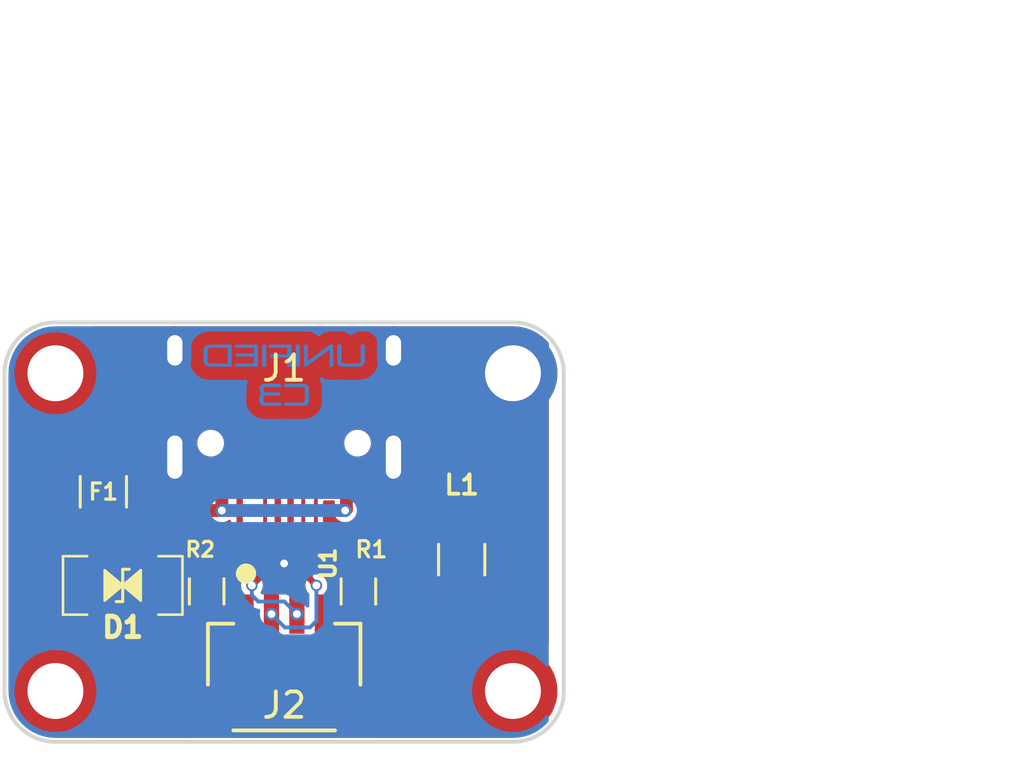
<source format=kicad_pcb>
(kicad_pcb (version 20221018) (generator pcbnew)
  (title_block (title "Unified Daughterboard") (date "2020-03-22") (rev "C3") (company "Designed by the keyboard community"))
  (layers (0 "F.Cu" signal) (31 "B.Cu" signal) (34 "B.Paste" user) (35 "F.Paste" user) (36 "B.SilkS" user "B.Silkscreen") (37 "F.SilkS" user "F.Silkscreen") (38 "B.Mask" user) (39 "F.Mask" user) (44 "Edge.Cuts" user))
  (net 0 "")
  (net 1 "GND")
  (net 2 "VCC")
  (net 3 "GNDPWR")
  (net 4 "Net-(J1-PadB8)")
  (net 5 "Net-(J1-PadA5)")
  (net 6 "DA+")
  (net 7 "Net-(J1-PadB5)")
  (net 8 "Net-(J1-PadA8)")
  (net 9 "DA-")
  (net 10 "VBUS")
  (footprint "random-keyboard-parts:Generic-Mounthole" (layer "F.Cu") (at 84.0045 58.543)
    (fp_text reference "MH2" hide)
    (fp_text value "Mount-M2" hide)
    (pad "1" thru_hole circle (at 0 0) (size 3.500001 3.500001) (drill 2.2) (layers "*.Cu" "*.Mask") (net 3 "GNDPWR"))
  )
  (footprint "random-keyboard-parts:Generic-Mounthole" (layer "F.Cu") (at 66.0045 58.543)
    (fp_text reference "MH1")
    (fp_text value "Mount-M2" hide)
    (pad "" np_thru_hole circle (at 0 0) (size 3.500001 3.500001) (drill 2.2) (layers "F.Cu" "F.Mask") (clearance 0.508))
  )
  (footprint "acheron_Connectors:TYPE-C-31-M-12" (layer "F.Cu") (at 75.0025 63.343 180)
    (fp_text reference "J1" (at 0 5) (layer "F.SilkS"))
    (fp_text value "TYPE-C-31-M12_13")
    (pad "" np_thru_hole circle (at -2.89 2.051 180) (size 0.65 0.65) (drill 0.65) (layers "*.Cu" "*.Mask"))
    (pad "" np_thru_hole circle (at 2.89 2.051 180) (size 0.65 0.65) (drill 0.65) (layers "*.Cu" "*.Mask"))
    (pad "A1" smd roundrect (at -3.25 1.275 180) (size 0.6 1.45) (drill (offset 0 -0.55)) (layers "F.Cu" "F.Paste" "F.Mask") (net 3 "GNDPWR"))
    (pad "A4" smd roundrect (at -2.45 1.275 180) (size 0.6 1.45) (drill (offset 0 -0.55)) (layers "F.Cu" "F.Paste" "F.Mask") (net 10 "VBUS"))
    (pad "A5" smd roundrect (at -1.25 1.275 180) (size 0.3 1.45) (drill (offset 0 -0.55)) (layers "F.Cu" "F.Paste" "F.Mask") (net 5 "Net-(J1-PadA5)"))
    (pad "A6" smd roundrect (at -0.254 1.275 180) (size 0.3 1.45) (drill (offset 0 -0.55)) (layers "F.Cu" "F.Paste" "F.Mask") (net 6 "DA+"))
    (pad "A7" smd roundrect (at 0.25 1.275 180) (size 0.3 1.45) (drill (offset 0 -0.55)) (layers "F.Cu" "F.Paste" "F.Mask") (net 9 "DA-"))
    (pad "A8" smd roundrect (at 1.25 1.275 180) (size 0.3 1.45) (drill (offset 0 -0.55)) (layers "F.Cu" "F.Paste" "F.Mask") (net 8 "Net-(J1-PadA8)"))
    (pad "B1" smd roundrect (at 3.25 1.275 180) (size 0.6 1.45) (drill (offset 0 -0.55)) (layers "F.Cu" "F.Paste" "F.Mask") (net 3 "GNDPWR"))
    (pad "B4" smd roundrect (at 2.45 1.275 180) (size 0.6 1.45) (drill (offset 0 -0.55)) (layers "F.Cu" "F.Paste" "F.Mask") (net 10 "VBUS"))
    (pad "B5" smd roundrect (at 1.75 1.275 180) (size 0.3 1.45) (drill (offset 0 -0.55)) (layers "F.Cu" "F.Paste" "F.Mask") (net 7 "Net-(J1-PadB5)"))
    (pad "B6" smd roundrect (at 0.75 1.275 180) (size 0.3 1.45) (drill (offset 0 -0.55)) (layers "F.Cu" "F.Paste" "F.Mask") (net 6 "DA+"))
    (pad "B7" smd roundrect (at -0.75 1.275 180) (size 0.3 1.45) (drill (offset 0 -0.55)) (layers "F.Cu" "F.Paste" "F.Mask") (net 9 "DA-"))
    (pad "B8" smd roundrect (at -1.75 1.275 180) (size 0.3 1.45) (drill (offset 0 -0.55)) (layers "F.Cu" "F.Paste" "F.Mask") (net 4 "Net-(J1-PadB8)"))
    (pad "S" thru_hole oval (at -4.3 1.5 180) (size 1.1 2.2) (drill oval 0.6 1.7) (layers "*.Cu" "*.Mask") (net 3 "GNDPWR"))
    (pad "S" thru_hole oval (at -4.3 5.7 180) (size 1.3 1.9) (drill oval 0.6 1.2) (layers "*.Cu" "*.Mask") (net 3 "GNDPWR"))
    (pad "S" thru_hole oval (at 4.3 1.5 180) (size 1.1 2.2) (drill oval 0.6 1.7) (layers "*.Cu" "*.Mask") (net 3 "GNDPWR"))
    (pad "S" thru_hole oval (at 4.3 5.7 180) (size 1.3 1.9) (drill oval 0.6 1.2) (layers "*.Cu" "*.Mask") (net 3 "GNDPWR"))
  )
  (footprint "random-keyboard-parts:JST-SR-4" (layer "F.Cu") (at 75.0045 72.793)
    (fp_text reference "J2" (at 0.004 -1.189) (layer "F.SilkS"))
    (fp_text value "SM04B-SRSS-TB(LF)(SN)")
    (fp_line (start -3 -4.4) (end -2 -4.4) (stroke (width 0.15)) (layer "F.SilkS"))
    (fp_line (start -3 -2) (end -3 -4.4) (stroke (width 0.15)) (layer "F.SilkS"))
    (fp_line (start 2 -4.4) (end 3 -4.4) (stroke (width 0.15)) (layer "F.SilkS"))
    (fp_line (start 2 -0.2) (end -2 -0.2) (stroke (width 0.15)) (layer "F.SilkS"))
    (fp_line (start 3 -4.4) (end 3 -2) (stroke (width 0.15)) (layer "F.SilkS"))
    (pad "" smd rect (at -2.8 -0.9) (size 1.2 1.8) (layers "F.Cu" "F.Paste" "F.Mask"))
    (pad "" smd rect (at 2.8 -0.9) (size 1.2 1.8) (layers "F.Cu" "F.Paste" "F.Mask"))
    (pad "1" smd rect (at -1.5 -4.775) (size 0.6 1.55) (layers "F.Cu" "F.Paste" "F.Mask") (net 2 "VCC"))
    (pad "2" smd rect (at -0.5 -4.775) (size 0.6 1.55) (layers "F.Cu" "F.Paste" "F.Mask") (net 9 "DA-"))
    (pad "3" smd rect (at 0.5 -4.775) (size 0.6 1.55) (layers "F.Cu" "F.Paste" "F.Mask") (net 6 "DA+"))
    (pad "4" smd rect (at 1.5 -4.775) (size 0.6 1.55) (layers "F.Cu" "F.Paste" "F.Mask") (net 1 "GND"))
  )
  (footprint "acheron_Components:D_SOD-123_Bidirectional" (layer "F.Cu") (at 68.6525 66.89 180)
    (fp_text reference "D1" (at 0 -1.651 180) (layer "F.SilkS") (effects (font (size 0.8 0.8) (thickness 0.2))))
    (fp_text value "SMF9.0CA")
    (fp_line (start -2.35 -1.15) (end -1.4 -1.15) (stroke (width 0.1016)) (layer "F.SilkS"))
    (fp_line (start -2.35 1.15) (end -2.35 -1.15) (stroke (width 0.1016)) (layer "F.SilkS"))
    (fp_line (start -2.35 1.15) (end -1.4 1.15) (stroke (width 0.1016)) (layer "F.SilkS"))
    (fp_line (start 0 -0.635) (end 0.254 -0.635) (stroke (width 0.12)) (layer "F.SilkS"))
    (fp_line (start 0 0.635) (end -0.254 0.635) (stroke (width 0.12)) (layer "F.SilkS"))
    (fp_line (start 0 0.635) (end 0 -0.635) (stroke (width 0.12)) (layer "F.SilkS"))
    (fp_line (start 2.35 -1.15) (end 1.4 -1.15) (stroke (width 0.1016)) (layer "F.SilkS"))
    (fp_line (start 2.35 -1.15) (end 2.35 1.15) (stroke (width 0.1016)) (layer "F.SilkS"))
    (fp_line (start 2.35 1.15) (end 1.4 1.15) (stroke (width 0.1016)) (layer "F.SilkS"))
    (fp_poly (pts (xy 0 0) (xy -0.711 0.6) (xy -0.711 -0.6)) (stroke (width 0.1)) (fill solid) (layer "F.SilkS"))
    (fp_poly (pts (xy 0 0) (xy 0.711 -0.6) (xy 0.711 0.6)) (stroke (width 0.1)) (fill solid) (layer "F.SilkS"))
    (pad "1" smd roundrect (at -1.65 0 180) (size 1 1.2) (layers "F.Cu" "F.Paste" "F.Mask") (net 3 "GNDPWR"))
    (pad "2" smd roundrect (at 1.65 0 180) (size 1 1.2) (layers "F.Cu" "F.Paste" "F.Mask") (net 2 "VCC"))
  )
  (footprint "random-keyboard-parts:Generic-Mounthole" (layer "F.Cu") (at 84.0045 71.043)
    (fp_text reference "MH4" hide)
    (fp_text value "Mount-M2" hide)
    (pad "" np_thru_hole circle (at 0 0) (size 3.500001 3.500001) (drill 2.2) (layers "F.Cu" "F.Mask") (clearance 0.508))
  )
  (footprint "random-keyboard-parts:Generic-Mounthole" (layer "F.Cu") (at 66.0045 71.043)
    (fp_text reference "MH3" hide)
    (fp_text value "Mount-M2" hide)
    (pad "" np_thru_hole circle (at 0 0) (size 3.500001 3.500001) (drill 2.2) (layers "F.Cu" "F.Mask") (clearance 0.508))
  )
  (footprint "Fuse:Fuse_1206_3216Metric" (layer "F.Cu") (at 67.8905 63.207 -90)
    (fp_text reference "F1" (at 0 0) (layer "F.SilkS") (effects (font (size 0.635 0.635) (thickness 0.127))))
    (fp_text value "ASMD1206-150")
    (fp_line (start -0.602064 -0.91) (end 0.602064 -0.91) (stroke (width 0.12)) (layer "F.SilkS"))
    (fp_line (start -0.602064 0.91) (end 0.602064 0.91) (stroke (width 0.12)) (layer "F.SilkS"))
    (pad "1" smd roundrect (at -1.4 0 270) (size 1.25 1.75) (layers "F.Cu" "F.Paste" "F.Mask") (roundrect_rratio 0.2) (net 10 "VBUS"))
    (pad "2" smd roundrect (at 1.4 0 270) (size 1.25 1.75) (layers "F.Cu" "F.Paste" "F.Mask") (roundrect_rratio 0.2) (net 2 "VCC"))
  )
  (footprint "acheron_Components:USON-10_2.5x1.0mm_P0.5mm" (layer "F.Cu") (at 75.0025 66.0264 90)
    (fp_text reference "U1" (at 0 1.7272 90) (layer "F.SilkS") (effects (font (size 0.6 0.6))))
    (fp_text value "TPD4E05U06DQAR")
    (fp_circle (center -0.4 -1.5) (end -0.4 -1.5) (stroke (width 0.4)) (fill none) (layer "F.SilkS"))
    (pad "1" smd roundrect (at -0.385 -1) (size 0.25 0.55) (layers "F.Cu" "F.Paste" "F.Mask") (roundrect_rratio 0.5) (net 6 "DA+"))
    (pad "2" smd rect (at -0.385 -0.5) (size 0.25 0.55) (layers "F.Cu" "F.Paste" "F.Mask") (net 9 "DA-"))
    (pad "3" smd rect (at -0.385 0) (size 0.3 0.55) (layers "F.Cu" "F.Paste" "F.Mask") (net 3 "GNDPWR"))
    (pad "4" smd rect (at -0.385 0.5) (size 0.25 0.55) (layers "F.Cu" "F.Paste" "F.Mask") (net 6 "DA+"))
    (pad "5" smd rect (at -0.385 1) (size 0.25 0.55) (layers "F.Cu" "F.Paste" "F.Mask") (net 9 "DA-"))
    (pad "6" smd rect (at 0.385 1) (size 0.25 0.55) (layers "F.Cu" "F.Paste" "F.Mask") (net 9 "DA-"))
    (pad "7" smd rect (at 0.385 0.5) (size 0.25 0.55) (layers "F.Cu" "F.Paste" "F.Mask") (net 6 "DA+"))
    (pad "8" smd rect (at 0.385 0) (size 0.3 0.55) (layers "F.Cu" "F.Paste" "F.Mask") (net 3 "GNDPWR"))
    (pad "9" smd rect (at 0.385 -0.5) (size 0.25 0.55) (layers "F.Cu" "F.Paste" "F.Mask") (net 9 "DA-"))
    (pad "10" smd rect (at 0.385 -1) (size 0.25 0.55) (layers "F.Cu" "F.Paste" "F.Mask") (net 6 "DA+"))
  )
  (footprint "Resistors_SMD:R_0603" (layer "F.Cu") (at 71.9545 67.129 -90)
    (fp_text reference "R2" (at -1.651 0.254 180) (layer "F.SilkS") (effects (font (size 0.5842 0.5842) (thickness 0.127))))
    (fp_text value "5.1k")
    (fp_line (start -0.5 -0.68) (end 0.5 -0.68) (stroke (width 0.12)) (layer "F.SilkS"))
    (fp_line (start 0.5 0.68) (end -0.5 0.68) (stroke (width 0.12)) (layer "F.SilkS"))
    (pad "1" smd rect (at -0.75 0 270) (size 0.5 0.9) (layers "F.Cu" "F.Paste" "F.Mask") (net 7 "Net-(J1-PadB5)"))
    (pad "2" smd rect (at 0.75 0 270) (size 0.5 0.9) (layers "F.Cu" "F.Paste" "F.Mask") (net 3 "GNDPWR"))
  )
  (footprint "Resistors_SMD:R_0603" (layer "F.Cu") (at 77.9235 67.129 -90)
    (fp_text reference "R1" (at -1.651 -0.508) (layer "F.SilkS") (effects (font (size 0.635 0.635) (thickness 0.127))))
    (fp_text value "5.1k")
    (fp_line (start -0.5 -0.68) (end 0.5 -0.68) (stroke (width 0.12)) (layer "F.SilkS"))
    (fp_line (start 0.5 0.68) (end -0.5 0.68) (stroke (width 0.12)) (layer "F.SilkS"))
    (pad "1" smd rect (at -0.75 0 270) (size 0.5 0.9) (layers "F.Cu" "F.Paste" "F.Mask") (net 5 "Net-(J1-PadA5)"))
    (pad "2" smd rect (at 0.75 0 270) (size 0.5 0.9) (layers "F.Cu" "F.Paste" "F.Mask") (net 3 "GNDPWR"))
  )
  (footprint "Inductor_SMD:L_1206_3216Metric" (layer "F.Cu") (at 81.9875 65.874 90)
    (fp_text reference "L1" (at 2.936 0 180) (layer "F.SilkS") (effects (font (size 0.762 0.762) (thickness 0.1524))))
    (fp_text value "60R@100MHz")
    (fp_line (start -0.602064 -0.91) (end 0.602064 -0.91) (stroke (width 0.12)) (layer "F.SilkS"))
    (fp_line (start -0.602064 0.91) (end 0.602064 0.91) (stroke (width 0.12)) (layer "F.SilkS"))
    (pad "1" smd roundrect (at -1.4 0 90) (size 1.25 1.75) (layers "F.Cu" "F.Paste" "F.Mask") (roundrect_rratio 0.2) (net 1 "GND"))
    (pad "2" smd roundrect (at 1.4 0 90) (size 1.25 1.75) (layers "F.Cu" "F.Paste" "F.Mask") (roundrect_rratio 0.2) (net 3 "GNDPWR"))
  )
  (footprint "Unified-Daughterboard-Logo:Unified-Daughterboard-Name.pretty" (layer "B.Cu") (at 75.0025 58.62 180)
    (fp_text reference "G2" hide)
    (fp_text value "Unified-Daughterboard-Name" hide)
    (pad "1" smd custom (at -3.1 0.8 180) (size 0.1 0.1) (layers "B.Cu" "B.Mask") (options (clearance outline) (anchor circle)) (primitives (gr_poly (pts (xy 0.533046 -0.464006) (xy 0.56005 -0.463987) (xy 0.586556 -0.463959) (xy 0.612387 -0.46392) (xy 0.637369 -0.463872) (xy 0.661326 -0.463814) (xy 0.684081 -0.463747) (xy 0.70546 -0.463669) (xy 0.725286 -0.463582) (xy 0.743383 -0.463485) (xy 0.759577 -0.463378) (xy 0.773691 -0.463261) (xy 0.785549 -0.463134) (xy 0.794977 -0.462998) (xy 0.801797 -0.462851) (xy 0.805835 -0.462694) (xy 0.809248 -0.462474) (xy 0.830305 -0.460737) (xy 0.849006 -0.458433) (xy 0.865846 -0.455443) (xy 0.88132 -0.451648) (xy 0.895924 -0.44693) (xy 0.910155 -0.441169) (xy 0.924506 -0.434247) (xy 0.925882 -0.433527) (xy 0.943719 -0.42249) (xy 0.959403 -0.409438) (xy 0.97288 -0.394443) (xy 0.984093 -0.377575) (xy 0.992987 -0.358905) (xy 0.999505 -0.338505) (xy 1.000264 -0.33551) (xy 1.001227 -0.331773) (xy 1.002118 -0.328305) (xy 1.002938 -0.324986) (xy 1.003692 -0.321698) (xy 1.004382 -0.31832) (xy 1.005011 -0.314732) (xy 1.005582 -0.310816) (xy 1.006098 -0.306452) (xy 1.006562 -0.301521) (xy 1.006978 -0.295902) (xy 1.007348 -0.289476) (xy 1.007675 -0.282124) (xy 1.007962 -0.273726) (xy 1.008212 -0.264163) (xy 1.008429 -0.253315) (xy 1.008615 -0.241063) (xy 1.008774 -0.227287) (xy 1.008908 -0.211867) (xy 1.00902 -0.194684) (xy 1.009113 -0.175619) (xy 1.009192 -0.154552) (xy 1.009257 -0.131363) (xy 1.009313 -0.105933) (xy 1.009362 -0.078142) (xy 1.009408 -0.047871) (xy 1.009454 -0.015001) (xy 1.009502 0.020589) (xy 1.009556 0.059017) (xy 1.010053 0.404029) (xy 0.844293 0.404029) (xy 0.844293 0.067094) (xy 0.844292 0.034112) (xy 0.844287 -0.001018) (xy 0.844278 -0.033401) (xy 0.844263 -0.063151) (xy 0.844243 -0.090381) (xy 0.844216 -0.115203) (xy 0.844182 -0.137732) (xy 0.844139 -0.15808) (xy 0.844088 -0.176361) (xy 0.844027 -0.192687) (xy 0.843956 -0.207172) (xy 0.843874 -0.219928) (xy 0.84378 -0.231069) (xy 0.843673 -0.240709) (xy 0.843553 -0.24896) (xy 0.843419 -0.255935) (xy 0.84327 -0.261748) (xy 0.843106 -0.266511) (xy 0.842926 -0.270338) (xy 0.842728 -0.273342) (xy 0.842513 -0.275636) (xy 0.842279 -0.277334) (xy 0.842026 -0.278547) (xy 0.841693 -0.279782) (xy 0.836778 -0.292623) (xy 0.829625 -0.303717) (xy 0.820189 -0.313093) (xy 0.808426 -0.320781) (xy 0.794289 -0.326811) (xy 0.777734 -0.331215) (xy 0.758715 -0.334021) (xy 0.757371 -0.334117) (xy 0.752564 -0.334299) (xy 0.745076 -0.334468) (xy 0.735089 -0.334626) (xy 0.722784 -0.334772) (xy 0.708343 -0.334906) (xy 0.691949 -0.335028) (xy 0.673782 -0.335138) (xy 0.654026 -0.335236) (xy 0.632862 -0.335322) (xy 0.610471 -0.335397) (xy 0.587037 -0.335459) (xy 0.56274 -0.335509) (xy 0.537763 -0.335548) (xy 0.512288 -0.335574) (xy 0.486496 -0.335589) (xy 0.46057 -0.335592) (xy 0.434691 -0.335583) (xy 0.409041 -0.335562) (xy 0.383803 -0.335529) (xy 0.359158 -0.335484) (xy 0.335288 -0.335427) (xy 0.312375 -0.335358) (xy 0.290601 -0.335278) (xy 0.270149 -0.335185) (xy 0.251199 -0.335081) (xy 0.233933 -0.334964) (xy 0.218535 -0.334836) (xy 0.205185 -0.334696) (xy 0.194065 -0.334544) (xy 0.185359 -0.33438) (xy 0.179246 -0.334204) (xy 0.17591 -0.334016) (xy 0.159412 -0.331646) (xy 0.142509 -0.327411) (xy 0.128049 -0.321571) (xy 0.115997 -0.314107) (xy 0.106317 -0.305001) (xy 0.098977 -0.294237) (xy 0.098866 -0.29403) (xy 0.097893 -0.292277) (xy 0.096994 -0.290699) (xy 0.096166 -0.289178) (xy 0.095405 -0.287598) (xy 0.094709 -0.285845) (xy 0.094075 -0.283801) (xy 0.0935 -0.281351) (xy 0.092981 -0.278379) (xy 0.092515 -0.274769) (xy 0.0921 -0.270405) (xy 0.091732 -0.26517) (xy 0.091408 -0.258949) (xy 0.091127 -0.251626) (xy 0.090884 -0.243085) (xy 0.090677 -0.233209) (xy 0.090503 -0.221883) (xy 0.09036 -0.208991) (xy 0.090244 -0.194417) (xy 0.090152 -0.178044) (xy 0.090082 -0.159757) (xy 0.09003 -0.13944) (xy 0.089995 -0.116977) (xy 0.089972 -0.092251) (xy 0.089959 -0.065147) (xy 0.089953 -0.035549) (xy 0.089952 -0.003341) (xy 0.089952 0.031594) (xy 0.089951 0.069371) (xy 0.089925 0.404029) (xy -0.07426 0.404029) (xy -0.074233 0.064934) (xy -0.074233 0.056895) (xy -0.074227 0.019475) (xy -0.074217 -0.015124) (xy -0.074202 -0.047016) (xy -0.074181 -0.076313) (xy -0.074153 -0.10313) (xy -0.074119 -0.12758) (xy -0.074076 -0.149778) (xy -0.074025 -0.169835) (xy -0.073965 -0.187867) (xy -0.073894 -0.203987) (xy -0.073813 -0.218309) (xy -0.07372 -0.230945) (xy -0.073615 -0.242011) (xy -0.073498 -0.251618) (xy -0.073366 -0.259882) (xy -0.07322 -0.266916) (xy -0.07306 -0.272833) (xy -0.072883 -0.277748) (xy -0.07269 -0.281773) (xy -0.07248 -0.285022) (xy -0.072252 -0.287609) (xy -0.072005 -0.289648) (xy -0.070903 -0.296724) (xy -0.065671 -0.320281) (xy -0.058291 -0.341867) (xy -0.048721 -0.361574) (xy -0.036916 -0.379497) (xy -0.022834 -0.39573) (xy -0.01687 -0.401474) (xy -0.003985 -0.412081) (xy 0.010583 -0.421761) (xy 0.027473 -0.430958) (xy 0.034325 -0.434254) (xy 0.056097 -0.4432) (xy 0.079213 -0.450434) (xy 0.103987 -0.456031) (xy 0.130734 -0.460065) (xy 0.159766 -0.462612) (xy 0.162074 -0.462714) (xy 0.168001 -0.462866) (xy 0.176592 -0.463008) (xy 0.187672 -0.463141) (xy 0.201065 -0.463265) (xy 0.216596 -0.46338) (xy 0.234088 -0.463485) (xy 0.253366 -0.463581) (xy 0.274255 -0.463667) (xy 0.296578 -0.463744) (xy 0.32016 -0.463811) (xy 0.344824 -0.463869) (xy 0.370397 -0.463917) (xy 0.396701 -0.463956) (xy 0.423561 -0.463985) (xy 0.450801 -0.464005) (xy 0.478246 -0.464015) (xy 0.505719 -0.464015)) (width 0) (fill yes))))
    (pad "1" smd custom (at -1.86 1.08 180) (size 0.1 0.1) (layers "B.Cu" "B.Mask") (options (clearance outline) (anchor circle)) (primitives (gr_poly (pts (xy 0.068747 -0.406986) (xy 0.068748 -0.389825) (xy 0.068756 -0.358871) (xy 0.06877 -0.328777) (xy 0.068792 -0.299675) (xy 0.06882 -0.271694) (xy 0.068854 -0.244966) (xy 0.068893 -0.219624) (xy 0.068938 -0.195796) (xy 0.068988 -0.173616) (xy 0.069043 -0.153214) (xy 0.069102 -0.134721) (xy 0.069166 -0.118268) (xy 0.069233 -0.103986) (xy 0.069303 -0.092007) (xy 0.069376 -0.082462) (xy 0.069452 -0.075481) (xy 0.069531 -0.071197) (xy 0.069611 -0.069739) (xy 0.070388 -0.070253) (xy 0.073417 -0.072395) (xy 0.07861 -0.076119) (xy 0.085842 -0.081333) (xy 0.094985 -0.087945) (xy 0.105914 -0.095864) (xy 0.118502 -0.104998) (xy 0.132622 -0.115254) (xy 0.148149 -0.126541) (xy 0.164954 -0.138767) (xy 0.182913 -0.15184) (xy 0.201899 -0.165668) (xy 0.221784 -0.18016) (xy 0.242443 -0.195223) (xy 0.26375 -0.210765) (xy 0.284385 -0.225822) (xy 0.307606 -0.242766) (xy 0.332747 -0.26111) (xy 0.359569 -0.280681) (xy 0.387834 -0.301305) (xy 0.417304 -0.322808) (xy 0.447742 -0.345017) (xy 0.478909 -0.367758) (xy 0.510567 -0.390857) (xy 0.54248 -0.414142) (xy 0.574407 -0.437438) (xy 0.606113 -0.460572) (xy 0.637358 -0.483369) (xy 0.667905 -0.505658) (xy 0.697516 -0.527263) (xy 0.725953 -0.548012) (xy 0.994882 -0.744233) (xy 1.07457 -0.744233) (xy 1.07457 0.124029) (xy 0.931099 0.124029) (xy 0.930726 -0.197717) (xy 0.930353 -0.519464) (xy 0.49918 -0.197759) (xy 0.068007 0.123947) (xy -0.074731 0.124029) (xy -0.074731 -0.744233) (xy 0.068747 -0.744233)) (width 0) (fill yes))))
    (pad "1" smd custom (at -0.9 -0.79 180) (size 0.1 0.1) (layers "B.Cu" "B.Mask") (options (clearance outline) (anchor circle)) (primitives (gr_poly (pts (xy 0.894083 -0.285396) (xy 0.162643 -0.284604) (xy 0.148215 -0.28062) (xy 0.140689 -0.27833) (xy 0.125966 -0.272283) (xy 0.113823 -0.264855) (xy 0.104221 -0.256019) (xy 0.097122 -0.245749) (xy 0.096154 -0.243975) (xy 0.095065 -0.242029) (xy 0.094077 -0.240196) (xy 0.093185 -0.238338) (xy 0.092383 -0.236315) (xy 0.091667 -0.233986) (xy 0.091032 -0.231212) (xy 0.090474 -0.227854) (xy 0.089987 -0.223772) (xy 0.089566 -0.218826) (xy 0.089207 -0.212877) (xy 0.088905 -0.205785) (xy 0.088655 -0.19741) (xy 0.088453 -0.187613) (xy 0.088293 -0.176254) (xy 0.08817 -0.163194) (xy 0.088081 -0.148292) (xy 0.088019 -0.131409) (xy 0.087981 -0.112407) (xy 0.08796 -0.091143) (xy 0.087954 -0.067481) (xy 0.087956 -0.041279) (xy 0.087962 -0.012397) (xy 0.087967 0.019302) (xy 0.087968 0.035011) (xy 0.08797 0.065453) (xy 0.087973 0.093142) (xy 0.087983 0.118217) (xy 0.088004 0.140816) (xy 0.088041 0.161079) (xy 0.088097 0.179143) (xy 0.088177 0.195148) (xy 0.088286 0.209231) (xy 0.088427 0.221532) (xy 0.088606 0.232189) (xy 0.088825 0.241342) (xy 0.089091 0.249127) (xy 0.089407 0.255685) (xy 0.089777 0.261153) (xy 0.090206 0.265671) (xy 0.090698 0.269377) (xy 0.091257 0.272409) (xy 0.091889 0.274907) (xy 0.092597 0.277009) (xy 0.093385 0.278853) (xy 0.094258 0.280578) (xy 0.09522 0.282323) (xy 0.096276 0.284226) (xy 0.102003 0.292642) (xy 0.111022 0.301664) (xy 0.122093 0.309466) (xy 0.134767 0.315738) (xy 0.148591 0.320169) (xy 0.149299 0.320338) (xy 0.151761 0.320894) (xy 0.154316 0.321409) (xy 0.157079 0.321885) (xy 0.160163 0.322323) (xy 0.163683 0.322725) (xy 0.167755 0.323092) (xy 0.172493 0.323425) (xy 0.178011 0.323727) (xy 0.184424 0.323999) (xy 0.191847 0.324243) (xy 0.200394 0.324459) (xy 0.21018 0.324651) (xy 0.22132 0.324818) (xy 0.233927 0.324964) (xy 0.248118 0.325088) (xy 0.264006 0.325194) (xy 0.281706 0.325282) (xy 0.301333 0.325354) (xy 0.323001 0.325412) (xy 0.346825 0.325457) (xy 0.372919 0.325491) (xy 0.401399 0.325515) (xy 0.432379 0.325531) (xy 0.465973 0.32554) (xy 0.502296 0.325545) (xy 0.541462 0.325546) (xy 0.894083 0.325546) (xy 0.894083 0.454326) (xy 0.523926 0.453788) (xy 0.487637 0.453732) (xy 0.447892 0.453663) (xy 0.410961 0.453591) (xy 0.376767 0.453514) (xy 0.345233 0.453431) (xy 0.316282 0.453344) (xy 0.289836 0.45325) (xy 0.265818 0.453149) (xy 0.24415 0.453042) (xy 0.224755 0.452928) (xy 0.207556 0.452805) (xy 0.192475 0.452675) (xy 0.179434 0.452535) (xy 0.168358 0.452386) (xy 0.159167 0.452228) (xy 0.151784 0.452059) (xy 0.146134 0.45188) (xy 0.142136 0.45169) (xy 0.139716 0.451488) (xy 0.129032 0.450053) (xy 0.100521 0.44515) (xy 0.074518 0.438966) (xy 0.050879 0.431444) (xy 0.029459 0.422527) (xy 0.010114 0.412157) (xy -0.0073 0.400278) (xy -0.022926 0.386832) (xy -0.030704 0.378898) (xy -0.042344 0.36482) (xy -0.052076 0.349726) (xy -0.060136 0.333172) (xy -0.066762 0.314711) (xy -0.072189 0.293898) (xy -0.075501 0.278953) (xy -0.075501 0.000861) (xy -0.075498 -0.030031) (xy -0.075491 -0.058179) (xy -0.075478 -0.083719) (xy -0.075459 -0.106786) (xy -0.075432 -0.127516) (xy -0.075396 -0.146044) (xy -0.075348 -0.162506) (xy -0.075289 -0.177038) (xy -0.075216 -0.189776) (xy -0.075129 -0.200854) (xy -0.075025 -0.21041) (xy -0.074904 -0.218577) (xy -0.074764 -0.225492) (xy -0.074604 -0.231291) (xy -0.074422 -0.236108) (xy -0.074218 -0.240081) (xy -0.073989 -0.243343) (xy -0.073735 -0.246032) (xy -0.073454 -0.248282) (xy -0.073144 -0.250229) (xy -0.072805 -0.252009) (xy -0.071402 -0.25847) (xy -0.064639 -0.281934) (xy -0.055649 -0.303459) (xy -0.044427 -0.323062) (xy -0.043823 -0.323961) (xy -0.037047 -0.332809) (xy -0.028538 -0.342284) (xy -0.019054 -0.351632) (xy -0.009353 -0.360104) (xy -0.000191 -0.366948) (xy 0.019103 -0.378489) (xy 0.041682 -0.389062) (xy 0.066269 -0.397774) (xy 0.09296 -0.404651) (xy 0.121848 -0.409723) (xy 0.153028 -0.413017) (xy 0.153298 -0.413029) (xy 0.156133 -0.413074) (xy 0.161763 -0.413121) (xy 0.170059 -0.413168) (xy 0.180892 -0.413216) (xy 0.194134 -0.413263) (xy 0.209656 -0.413311) (xy 0.227328 -0.413358) (xy 0.247024 -0.413404) (xy 0.268613 -0.413449) (xy 0.291966 -0.413493) (xy 0.316956 -0.413536) (xy 0.343454 -0.413577) (xy 0.37133 -0.413616) (xy 0.400456 -0.413653) (xy 0.430703 -0.413687) (xy 0.461942 -0.413718) (xy 0.494046 -0.413747) (xy 0.526884 -0.413772) (xy 0.894083 -0.41403)) (width 0) (fill yes))))
    (pad "1" smd custom (at -0.54 1.02 180) (size 0.1 0.1) (layers "B.Cu" "B.Mask") (options (clearance outline) (anchor circle)) (primitives (gr_poly (pts (xy 0.084421 0.184029) (xy -0.079765 0.184029) (xy -0.079765 -0.249116) (xy -0.079762 -0.280411) (xy -0.079753 -0.315353) (xy -0.079738 -0.349426) (xy -0.079717 -0.382515) (xy -0.07969 -0.414502) (xy -0.079657 -0.445272) (xy -0.07962 -0.474709) (xy -0.079577 -0.502696) (xy -0.07953 -0.529118) (xy -0.079478 -0.553859) (xy -0.079423 -0.576802) (xy -0.079363 -0.597831) (xy -0.0793 -0.616831) (xy -0.079233 -0.633685) (xy -0.079164 -0.648277) (xy -0.079091 -0.660491) (xy -0.079016 -0.670211) (xy -0.078939 -0.677321) (xy -0.07886 -0.681705) (xy -0.078779 -0.683247) (xy -0.078157 -0.683357) (xy -0.07491 -0.683536) (xy -0.069138 -0.683701) (xy -0.061112 -0.68385) (xy -0.051103 -0.683979) (xy -0.039385 -0.684085) (xy -0.026228 -0.684165) (xy -0.011904 -0.684215) (xy 0.003314 -0.684233) (xy 0.084421 -0.684233)) (width 0) (fill yes))))
    (pad "1" smd custom (at -0.21 1.11 180) (size 0.1 0.1) (layers "B.Cu" "B.Mask") (options (clearance outline) (anchor circle)) (primitives (gr_poly (pts (xy 0.003288 -0.773876) (xy 0.085012 -0.773493) (xy 0.085387 -0.594886) (xy 0.085763 -0.416278) (xy 0.764682 -0.416278) (xy 0.764682 -0.287592) (xy 0.085751 -0.287592) (xy 0.085751 -0.034657) (xy 0.813494 -0.034657) (xy 0.813494 0.094029) (xy -0.078435 0.094029) (xy -0.078435 -0.774258)) (width 0) (fill yes))))
    (pad "1" smd custom (at 0.52 -0.73 180) (size 0.1 0.1) (layers "B.Cu" "B.Mask") (options (clearance outline) (anchor circle)) (primitives (gr_poly (pts (xy -0.066911 -0.474026) (xy -0.029886 -0.474008) (xy 0.004963 -0.473974) (xy 0.037575 -0.473927) (xy 0.067891 -0.473865) (xy 0.095849 -0.473788) (xy 0.12139 -0.473699) (xy 0.144453 -0.473596) (xy 0.164979 -0.473479) (xy 0.182908 -0.47335) (xy 0.198179 -0.473209) (xy 0.210732 -0.473055) (xy 0.220507 -0.472889) (xy 0.227444 -0.472711) (xy 0.231483 -0.472522) (xy 0.237137 -0.472068) (xy 0.265071 -0.469006) (xy 0.29046 -0.464759) (xy 0.313456 -0.459297) (xy 0.33421 -0.452591) (xy 0.334816 -0.452364) (xy 0.358101 -0.442428) (xy 0.37881 -0.431054) (xy 0.396964 -0.418223) (xy 0.412579 -0.40392) (xy 0.425675 -0.388126) (xy 0.436271 -0.370825) (xy 0.444385 -0.352) (xy 0.446185 -0.346852) (xy 0.448098 -0.341211) (xy 0.44972 -0.336013) (xy 0.451078 -0.330975) (xy 0.452198 -0.325813) (xy 0.453106 -0.320243) (xy 0.453827 -0.313983) (xy 0.454388 -0.306749) (xy 0.454815 -0.298257) (xy 0.455134 -0.288225) (xy 0.45537 -0.276368) (xy 0.45555 -0.262402) (xy 0.455699 -0.246046) (xy 0.455845 -0.227015) (xy 0.455901 -0.219124) (xy 0.456011 -0.199114) (xy 0.456045 -0.181718) (xy 0.45599 -0.166684) (xy 0.455834 -0.153757) (xy 0.455565 -0.142686) (xy 0.45517 -0.133217) (xy 0.454638 -0.125097) (xy 0.453956 -0.118075) (xy 0.453111 -0.111896) (xy 0.452092 -0.106308) (xy 0.450886 -0.101058) (xy 0.449481 -0.095893) (xy 0.448048 -0.091184) (xy 0.443513 -0.079144) (xy 0.437945 -0.06865) (xy 0.430795 -0.058772) (xy 0.421513 -0.048579) (xy 0.408658 -0.036859) (xy 0.391868 -0.024655) (xy 0.374014 -0.014706) (xy 0.355658 -0.007361) (xy 0.35215 -0.006203) (xy 0.348261 -0.004834) (xy 0.346233 -0.004003) (xy 0.346162 -0.003934) (xy 0.34719 -0.003066) (xy 0.35037 -0.001668) (xy 0.355107 -0.000007) (xy 0.36731 0.004652) (xy 0.383421 0.013403) (xy 0.39796 0.024494) (xy 0.410787 0.03775) (xy 0.421759 0.052993) (xy 0.430735 0.070047) (xy 0.437575 0.088735) (xy 0.442136 0.108879) (xy 0.442139 0.108898) (xy 0.442861 0.115151) (xy 0.443453 0.123868) (xy 0.443917 0.134561) (xy 0.444252 0.146738) (xy 0.444456 0.159912) (xy 0.444531 0.173593) (xy 0.444476 0.187292) (xy 0.44429 0.200519) (xy 0.443972 0.212784) (xy 0.443524 0.2236) (xy 0.442943 0.232475) (xy 0.442231 0.238921) (xy 0.442093 0.239803) (xy 0.43736 0.262045) (xy 0.430475 0.282284) (xy 0.421412 0.300576) (xy 0.410142 0.316976) (xy 0.396639 0.331537) (xy 0.395515 0.332578) (xy 0.379667 0.345468) (xy 0.361931 0.356757) (xy 0.342202 0.366479) (xy 0.320374 0.374669) (xy 0.296342 0.38136) (xy 0.269999 0.386589) (xy 0.24124 0.39039) (xy 0.20996 0.392797) (xy 0.206929 0.392927) (xy 0.199447 0.39313) (xy 0.189048 0.393313) (xy 0.175759 0.393475) (xy 0.159607 0.393616) (xy 0.140617 0.393736) (xy 0.118817 0.393835) (xy 0.094232 0.393912) (xy 0.066889 0.393969) (xy 0.036814 0.394003) (xy 0.004034 0.394017) (xy -0.031425 0.394008) (xy -0.069537 0.393978) (xy -0.110275 0.393927) (xy -0.400928 0.393493) (xy -0.401314 0.32956) (xy -0.401699 0.265627) (xy -0.095869 0.265175) (xy -0.089214 0.265166) (xy -0.054206 0.265112) (xy -0.022011 0.26506) (xy 0.007495 0.265008) (xy 0.034436 0.264954) (xy 0.058934 0.264898) (xy 0.081114 0.264838) (xy 0.101099 0.264773) (xy 0.119012 0.264703) (xy 0.134977 0.264625) (xy 0.149117 0.264538) (xy 0.161556 0.264442) (xy 0.172416 0.264335) (xy 0.181822 0.264216) (xy 0.189898 0.264083) (xy 0.196765 0.263937) (xy 0.202549 0.263774) (xy 0.207372 0.263595) (xy 0.211358 0.263398) (xy 0.21463 0.263182) (xy 0.217312 0.262945) (xy 0.219527 0.262687) (xy 0.221398 0.262406) (xy 0.22305 0.262101) (xy 0.235632 0.259124) (xy 0.246579 0.255351) (xy 0.255535 0.250693) (xy 0.262986 0.244896) (xy 0.269417 0.237704) (xy 0.270432 0.236357) (xy 0.27271 0.233097) (xy 0.274566 0.229844) (xy 0.276047 0.226267) (xy 0.277201 0.222038) (xy 0.278074 0.216826) (xy 0.278713 0.210304) (xy 0.279165 0.20214) (xy 0.279478 0.192007) (xy 0.279698 0.179573) (xy 0.279873 0.164511) (xy 0.279893 0.162473) (xy 0.280015 0.147592) (xy 0.280035 0.135283) (xy 0.279921 0.125202) (xy 0.279642 0.117006) (xy 0.279164 0.110352) (xy 0.278455 0.104896) (xy 0.277483 0.100294) (xy 0.276214 0.096204) (xy 0.274618 0.092282) (xy 0.272661 0.088185) (xy 0.268629 0.08143) (xy 0.2623 0.074348) (xy 0.254177 0.06852) (xy 0.243885 0.063686) (xy 0.231049 0.059589) (xy 0.218836 0.056317) (xy -0.36395 0.054767) (xy -0.36472 -0.073087) (xy -0.078859 -0.073598) (xy -0.050795 -0.073647) (xy -0.018414 -0.073702) (xy 0.011242 -0.073755) (xy 0.038304 -0.073808) (xy 0.062901 -0.073865) (xy 0.085163 -0.07393) (xy 0.10522 -0.074005) (xy 0.123202 -0.074095) (xy 0.139238 -0.074203) (xy 0.153457 -0.074332) (xy 0.165991 -0.074485) (xy 0.176968 -0.074668) (xy 0.186519 -0.074882) (xy 0.194773 -0.075131) (xy 0.201859 -0.075419) (xy 0.207909 -0.075749) (xy 0.21305 -0.076125) (xy 0.217414 -0.076549) (xy 0.22113 -0.077027) (xy 0.224328 -0.077561) (xy 0.227137 -0.078154) (xy 0.229687 -0.07881) (xy 0.232109 -0.079533) (xy 0.234531 -0.080326) (xy 0.237084 -0.081192) (xy 0.239897 -0.082135) (xy 0.242024 -0.082851) (xy 0.256147 -0.088622) (xy 0.267622 -0.095389) (xy 0.276633 -0.103349) (xy 0.283362 -0.112695) (xy 0.287993 -0.123624) (xy 0.290709 -0.13633) (xy 0.290791 -0.136997) (xy 0.291226 -0.142773) (xy 0.291546 -0.151397) (xy 0.291751 -0.162775) (xy 0.291838 -0.176815) (xy 0.291807 -0.193423) (xy 0.291656 -0.212506) (xy 0.29154 -0.223211) (xy 0.291345 -0.238241) (xy 0.29111 -0.250811) (xy 0.290801 -0.26123) (xy 0.290384 -0.269806) (xy 0.289826 -0.276847) (xy 0.289093 -0.28266) (xy 0.288151 -0.287554) (xy 0.286966 -0.291836) (xy 0.285505 -0.295814) (xy 0.283733 -0.299797) (xy 0.281618 -0.304092) (xy 0.28113 -0.305037) (xy 0.27485 -0.314468) (xy 0.266565 -0.322593) (xy 0.256059 -0.329555) (xy 0.243116 -0.335501) (xy 0.22752 -0.340576) (xy 0.21292 -0.344604) (xy -0.094004 -0.345344) (xy -0.400928 -0.346083) (xy -0.401314 -0.410057) (xy -0.401699 -0.47403) (xy -0.095055 -0.47403)) (width 0) (fill yes))))
    (pad "1" smd custom (at 0.78 0.91 180) (size 0.1 0.1) (layers "B.Cu" "B.Mask") (options (clearance outline) (anchor circle)) (primitives (gr_poly (pts (xy 0.082346 0.294029) (xy -0.08184 0.294029) (xy -0.08184 -0.574233) (xy 0.082346 -0.574233)) (width 0) (fill yes))))
    (pad "1" smd custom (at 1.12 1.09 180) (size 0.1 0.1) (layers "B.Cu" "B.Mask") (options (clearance outline) (anchor circle)) (primitives (gr_poly (pts (xy 0.801419 -0.625552) (xy 0.437177 -0.62518) (xy 0.072936 -0.624807) (xy 0.072558 -0.492053) (xy 0.072181 -0.359299) (xy 0.76444 -0.359299) (xy 0.76444 -0.230613) (xy 0.072197 -0.230613) (xy 0.072197 -0.014657) (xy 0.801419 -0.014657) (xy 0.801419 0.114029) (xy -0.091989 0.114029) (xy -0.091989 -0.319116) (xy -0.091987 -0.350411) (xy -0.091978 -0.385353) (xy -0.091963 -0.419426) (xy -0.091941 -0.452515) (xy -0.091914 -0.484502) (xy -0.091882 -0.515272) (xy -0.091844 -0.544709) (xy -0.091802 -0.572696) (xy -0.091755 -0.599118) (xy -0.091703 -0.623859) (xy -0.091647 -0.646802) (xy -0.091588 -0.667831) (xy -0.091524 -0.686831) (xy -0.091458 -0.703685) (xy -0.091388 -0.718277) (xy -0.091316 -0.730491) (xy -0.091241 -0.740211) (xy -0.091164 -0.747321) (xy -0.091084 -0.751705) (xy -0.091003 -0.753247) (xy -0.09095 -0.75326) (xy -0.088934 -0.75334) (xy -0.084093 -0.753417) (xy -0.076541 -0.753493) (xy -0.066393 -0.753567) (xy -0.053764 -0.753638) (xy -0.038766 -0.753707) (xy -0.021516 -0.753772) (xy -0.002127 -0.753834) (xy 0.019286 -0.753893) (xy 0.042608 -0.753947) (xy 0.067726 -0.753998) (xy 0.094525 -0.754045) (xy 0.122891 -0.754087) (xy 0.152708 -0.754124) (xy 0.183864 -0.754156) (xy 0.216242 -0.754183) (xy 0.24973 -0.754204) (xy 0.284211 -0.75422) (xy 0.319573 -0.75423) (xy 0.355701 -0.754233) (xy 0.801419 -0.754233)) (width 0) (fill yes))))
    (pad "1" smd custom (at 2.15 1.08 180) (size 0.1 0.1) (layers "B.Cu" "B.Mask") (options (clearance outline) (anchor circle)) (primitives (gr_poly (pts (xy 0.313898 -0.744212) (xy 0.329394 -0.744211) (xy 0.370812 -0.744199) (xy 0.410509 -0.744176) (xy 0.448409 -0.744143) (xy 0.484433 -0.744099) (xy 0.518505 -0.744046) (xy 0.550548 -0.743982) (xy 0.580483 -0.743909) (xy 0.608234 -0.743827) (xy 0.633723 -0.743735) (xy 0.656872 -0.743635) (xy 0.677605 -0.743527) (xy 0.695844 -0.74341) (xy 0.711511 -0.743285) (xy 0.72453 -0.743153) (xy 0.734822 -0.743013) (xy 0.742311 -0.742866) (xy 0.746919 -0.742712) (xy 0.7653 -0.74162) (xy 0.792054 -0.739291) (xy 0.816538 -0.736161) (xy 0.839122 -0.732172) (xy 0.860175 -0.727264) (xy 0.880066 -0.721378) (xy 0.899954 -0.714129) (xy 0.922318 -0.703905) (xy 0.942262 -0.692199) (xy 0.959866 -0.678908) (xy 0.97521 -0.663926) (xy 0.988374 -0.64715) (xy 0.999436 -0.628476) (xy 1.008478 -0.6078) (xy 1.015577 -0.585016) (xy 1.020814 -0.560023) (xy 1.024268 -0.532714) (xy 1.024308 -0.532253) (xy 1.024561 -0.528022) (xy 1.024784 -0.521829) (xy 1.024977 -0.513591) (xy 1.025141 -0.503226) (xy 1.025275 -0.49065) (xy 1.025381 -0.47578) (xy 1.025458 -0.458533) (xy 1.025508 -0.438826) (xy 1.025529 -0.416576) (xy 1.025524 -0.391701) (xy 1.025492 -0.364116) (xy 1.025433 -0.333739) (xy 1.025349 -0.300487) (xy 1.025318 -0.289715) (xy 1.025233 -0.261007) (xy 1.025149 -0.235055) (xy 1.025064 -0.21171) (xy 1.024976 -0.190822) (xy 1.024882 -0.172242) (xy 1.024782 -0.15582) (xy 1.024672 -0.141407) (xy 1.024552 -0.128854) (xy 1.024418 -0.11801) (xy 1.02427 -0.108727) (xy 1.024104 -0.100855) (xy 1.023919 -0.094244) (xy 1.023713 -0.088745) (xy 1.023484 -0.084209) (xy 1.02323 -0.080485) (xy 1.022949 -0.077425) (xy 1.022638 -0.074879) (xy 1.022297 -0.072698) (xy 1.02117 -0.066444) (xy 1.016388 -0.043784) (xy 1.010876 -0.023626) (xy 1.004491 -0.005648) (xy 0.99709 0.010475) (xy 0.98853 0.025063) (xy 0.978668 0.03844) (xy 0.967359 0.050927) (xy 0.957464 0.06015) (xy 0.940664 0.073051) (xy 0.92186 0.084428) (xy 0.900958 0.094314) (xy 0.877866 0.102741) (xy 0.852488 0.109741) (xy 0.824732 0.115348) (xy 0.794505 0.119594) (xy 0.761711 0.122511) (xy 0.76038 0.12258) (xy 0.755247 0.122731) (xy 0.747246 0.122876) (xy 0.736436 0.123012) (xy 0.722881 0.123141) (xy 0.706643 0.123262) (xy 0.687783 0.123374) (xy 0.666363 0.123478) (xy 0.642445 0.123573) (xy 0.616092 0.12366) (xy 0.587364 0.123737) (xy 0.556324 0.123805) (xy 0.523033 0.123864) (xy 0.487554 0.123913) (xy 0.449948 0.123952) (xy 0.410278 0.12398) (xy 0.368605 0.123999) (xy 0.324991 0.124007) (xy -0.089541 0.124029) (xy -0.089541 -0.004595) (xy 0.074645 -0.004595) (xy 0.41374 -0.005035) (xy 0.43309 -0.00506) (xy 0.469832 -0.005104) (xy 0.503793 -0.005146) (xy 0.535091 -0.005186) (xy 0.563843 -0.00523) (xy 0.590167 -0.005279) (xy 0.614183 -0.005337) (xy 0.636007 -0.005407) (xy 0.655758 -0.005492) (xy 0.673554 -0.005595) (xy 0.689512 -0.00572) (xy 0.703752 -0.00587) (xy 0.716391 -0.006047) (xy 0.727547 -0.006255) (xy 0.737338 -0.006496) (xy 0.745882 -0.006775) (xy 0.753297 -0.007094) (xy 0.759702 -0.007457) (xy 0.765214 -0.007865) (xy 0.769951 -0.008324) (xy 0.774032 -0.008835) (xy 0.777575 -0.009401) (xy 0.780697 -0.010027) (xy 0.783516 -0.010715) (xy 0.786151 -0.011468) (xy 0.78872 -0.012289) (xy 0.791341 -0.013182) (xy 0.794132 -0.014149) (xy 0.79721 -0.015194) (xy 0.801711 -0.016743) (xy 0.810985 -0.020469) (xy 0.81868 -0.024594) (xy 0.825753 -0.029682) (xy 0.833165 -0.036295) (xy 0.838456 -0.041941) (xy 0.84653 -0.053656) (xy 0.852863 -0.067553) (xy 0.857536 -0.083791) (xy 0.860814 -0.098583) (xy 0.860814 -0.524579) (xy 0.857544 -0.539296) (xy 0.854239 -0.551617) (xy 0.849523 -0.56337) (xy 0.843457 -0.573443) (xy 0.835723 -0.582459) (xy 0.829369 -0.588175) (xy 0.819304 -0.595087) (xy 0.807602 -0.600851) (xy 0.794019 -0.605547) (xy 0.778308 -0.609255) (xy 0.760224 -0.612057) (xy 0.739524 -0.614032) (xy 0.738586 -0.614088) (xy 0.733673 -0.614263) (xy 0.725895 -0.614428) (xy 0.715324 -0.614582) (xy 0.702033 -0.614726) (xy 0.686092 -0.61486) (xy 0.667574 -0.614982) (xy 0.646549 -0.615093) (xy 0.623091 -0.615192) (xy 0.597269 -0.61528) (xy 0.569156 -0.615355) (xy 0.538823 -0.615417) (xy 0.506343 -0.615466) (xy 0.471786 -0.615502) (xy 0.435225 -0.615525) (xy 0.39673 -0.615534) (xy 0.074645 -0.615547) (xy 0.074645 -0.004595) (xy -0.089541 -0.004595) (xy -0.089541 -0.615547) (xy -0.089541 -0.744233)) (width 0) (fill yes))))
  )
  (footprint "Unified-Daughterboard-Logo:Unified-Daughterboard-Logo.pretty" (layer "B.Cu") (at 75.0025 66.509 180)
    (fp_text reference "G1" hide)
    (fp_text value "Unified-Daughterboard-Logo" hide)
  )
  (gr_line (start 86.0045 58.543) (end 86.0045 71.043) (stroke (width 0.15)) (layer "Edge.Cuts"))
  (gr_arc (start 86.004501 71.043001) (mid 85.418714 72.457214) (end 84.0045 73.043) (stroke (width 0.15)) (layer "Edge.Cuts"))
  (gr_arc (start 84.004501 56.542999) (mid 85.418714 57.128786) (end 86.0045 58.543) (stroke (width 0.15)) (layer "Edge.Cuts"))
  (gr_arc (start 66.004499 73.043001) (mid 64.590286 72.457214) (end 64.0045 71.043) (stroke (width 0.15)) (layer "Edge.Cuts"))
  (gr_arc (start 64.004499 58.542999) (mid 64.590286 57.128786) (end 66.0045 56.543) (stroke (width 0.15)) (layer "Edge.Cuts"))
  (gr_line (start 66.0045 56.543) (end 84.0045 56.543) (stroke (width 0.15)) (layer "Edge.Cuts"))
  (gr_line (start 64.0045 71.043) (end 64.0045 58.543) (stroke (width 0.15)) (layer "Edge.Cuts"))
  (gr_line (start 84.0045 73.043) (end 66.0045 73.043) (stroke (width 0.15)) (layer "Edge.Cuts"))
  (segment (start 77.9165 69.43) (end 79.4155 69.43) (width 0.508) (layer "F.Cu") (net 1))
  (segment (start 76.5045 68.018) (end 77.9165 69.43) (width 0.508) (layer "F.Cu") (net 1))
  (segment (start 79.4155 69.43) (end 81.6477 67.1978) (width 0.508) (layer "F.Cu") (net 1))
  (segment (start 81.6477 67.1978) (end 81.9875 67.1978) (width 0.508) (layer "F.Cu") (net 1))
  (segment (start 73.5045 67.814) (end 73.5045 68.018) (width 0.508) (layer "F.Cu") (net 2))
  (segment (start 67.0025 66.89) (end 67.0025 67.511) (width 0.508) (layer "F.Cu") (net 2))
  (segment (start 67.0025 65.495) (end 67.8905 64.607) (width 0.508) (layer "F.Cu") (net 2))
  (segment (start 73.5045 68.018) (end 73.5045 68.018) (width 0.508) (layer "F.Cu") (net 2))
  (segment (start 67.0025 66.89) (end 67.0025 65.495) (width 0.508) (layer "F.Cu") (net 2))
  (segment (start 69.231 68.2155) (end 70.0645 69.049) (width 0.508) (layer "F.Cu") (net 2))
  (segment (start 67.707 68.2155) (end 69.231 68.2155) (width 0.508) (layer "F.Cu") (net 2))
  (segment (start 72.4735 69.049) (end 73.5045 68.018) (width 0.508) (layer "F.Cu") (net 2))
  (segment (start 67.0025 67.511) (end 67.707 68.2155) (width 0.508) (layer "F.Cu") (net 2))
  (segment (start 67.1295 65.368) (end 67.8905 64.607) (width 0.508) (layer "F.Cu") (net 2))
  (segment (start 70.0645 69.049) (end 72.4735 69.049) (width 0.508) (layer "F.Cu") (net 2))
  (via (at 75.0025 66.0264) (size 0.45) (drill 0.3048) (layers "F.Cu" "B.Cu") (net 3))
  (segment (start 77.9235 66.379) (end 77.2135 66.379) (width 0.1524) (layer "F.Cu") (net 5))
  (segment (start 77.2135 66.379) (end 76.5775 65.743) (width 0.1524) (layer "F.Cu") (net 5))
  (segment (start 76.5775 64.818) (end 76.2525 64.493) (width 0.1524) (layer "F.Cu") (net 5))
  (segment (start 76.2525 64.493) (end 76.2525 62.068) (width 0.1524) (layer "F.Cu") (net 5))
  (segment (start 76.5775 65.743) (end 76.5775 64.818) (width 0.1524) (layer "F.Cu") (net 5))
  (segment (start 75.25602 64.842348) (end 75.25602 62.06848) (width 0.254) (layer "F.Cu") (net 6))
  (segment (start 74.0025 66.62) (end 73.7325 66.89) (width 0.254) (layer "F.Cu") (net 6))
  (segment (start 74.0025 66.4114) (end 74.0025 66.62) (width 0.254) (layer "F.Cu") (net 6))
  (segment (start 75.5045 68.018) (end 75.5045 68.018) (width 0.254) (layer "F.Cu") (net 6))
  (segment (start 74.2525 64.66719) (end 74.2525 62.068) (width 0.1524) (layer "F.Cu") (net 6))
  (segment (start 75.5025 65.088828) (end 75.25602 64.842348) (width 0.254) (layer "F.Cu") (net 6))
  (segment (start 75.5025 66.4114) (end 75.5025 65.088828) (width 0.1524) (layer "F.Cu") (net 6))
  (segment (start 75.5025 66.89) (end 75.5025 65.6414) (width 0.254) (layer "F.Cu") (net 6))
  (segment (start 75.25602 62.06848) (end 75.2565 62.068) (width 0.254) (layer "F.Cu") (net 6))
  (segment (start 74.0025 66.4114) (end 74.0025 64.91719) (width 0.1524) (layer "F.Cu") (net 6))
  (segment (start 75.5025 66.89) (end 75.5025 68.016) (width 0.254) (layer "F.Cu") (net 6))
  (segment (start 74.0025 64.91719) (end 74.2525 64.66719) (width 0.1524) (layer "F.Cu") (net 6))
  (segment (start 75.5025 68.016) (end 75.5045 68.018) (width 0.254) (layer "F.Cu") (net 6))
  (segment (start 75.5025 66.89) (end 75.5025 65.088828) (width 0.254) (layer "F.Cu") (net 6))
  (segment (start 75.5025 66.89) (end 75.5025 66.4114) (width 0.254) (layer "F.Cu") (net 6))
  (via (at 75.5025 68.016) (size 0.508) (drill 0.3048) (layers "F.Cu" "B.Cu") (net 6))
  (via (at 73.7325 66.89) (size 0.45) (drill 0.3048) (layers "F.Cu" "B.Cu") (net 6))
  (segment (start 73.7325 66.89) (end 73.7325 67.271) (width 0.1524) (layer "B.Cu") (net 6))
  (segment (start 75.0115 67.525) (end 75.5025 68.016) (width 0.1524) (layer "B.Cu") (net 6))
  (segment (start 73.7325 67.271) (end 73.9865 67.525) (width 0.1524) (layer "B.Cu") (net 6))
  (segment (start 73.9865 67.525) (end 75.0115 67.525) (width 0.1524) (layer "B.Cu") (net 6))
  (segment (start 73.2525 65.704) (end 72.5775 66.379) (width 0.254) (layer "F.Cu") (net 7))
  (segment (start 73.2525 62.593) (end 73.2525 65.704) (width 0.254) (layer "F.Cu") (net 7))
  (segment (start 72.5775 66.379) (end 71.9545 66.379) (width 0.254) (layer "F.Cu") (net 7))
  (segment (start 74.5025 65.088828) (end 74.5025 65.057432) (width 0.254) (layer "F.Cu") (net 9))
  (segment (start 76.0025 64.948583) (end 75.7525 64.698583) (width 0.1524) (layer "F.Cu") (net 9))
  (segment (start 74.5045 68.018) (end 74.5045 66.892) (width 0.254) (layer "F.Cu") (net 9))
  (segment (start 75.7525 64.698583) (end 75.7525 62.068) (width 0.1524) (layer "F.Cu") (net 9))
  (segment (start 74.5045 66.892) (end 74.5025 66.89) (width 0.254) (layer "F.Cu") (net 9))
  (segment (start 74.5025 65.057432) (end 74.7525 64.807432) (width 0.254) (layer "F.Cu") (net 9))
  (segment (start 74.5025 66.4114) (end 74.5025 65.088828) (width 0.1524) (layer "F.Cu") (net 9))
  (segment (start 76.0025 66.62) (end 76.2725 66.89) (width 0.254) (layer "F.Cu") (net 9))
  (segment (start 76.0025 66.4114) (end 76.0025 64.948583) (width 0.1524) (layer "F.Cu") (net 9))
  (segment (start 74.5025 66.89) (end 74.5025 66.4114) (width 0.254) (layer "F.Cu") (net 9))
  (segment (start 74.7525 64.807432) (end 74.7525 62.068) (width 0.254) (layer "F.Cu") (net 9))
  (segment (start 76.0025 66.4114) (end 76.0025 66.62) (width 0.254) (layer "F.Cu") (net 9))
  (segment (start 74.5025 66.89) (end 74.5025 65.088828) (width 0.254) (layer "F.Cu") (net 9))
  (via (at 74.5045 68.018) (size 0.508) (drill 0.3048) (layers "F.Cu" "B.Cu") (net 9))
  (via (at 76.2725 66.89) (size 0.45) (drill 0.3048) (layers "F.Cu" "B.Cu") (net 9))
  (segment (start 76.2725 68.287) (end 76.0185 68.541) (width 0.1524) (layer "B.Cu") (net 9))
  (segment (start 76.0185 68.541) (end 75.0275 68.541) (width 0.1524) (layer "B.Cu") (net 9))
  (segment (start 76.2725 66.89) (end 76.2725 68.287) (width 0.1524) (layer "B.Cu") (net 9))
  (segment (start 75.0275 68.541) (end 74.5045 68.018) (width 0.1524) (layer "B.Cu") (net 9))
  (segment (start 77.4525 63.893) (end 77.4025 63.943) (width 0.508) (layer "F.Cu") (net 10))
  (segment (start 72.5525 62.068) (end 72.5525 63.943) (width 0.508) (layer "F.Cu") (net 10))
  (segment (start 70.0265 63.943) (end 67.8905 61.807) (width 0.508) (layer "F.Cu") (net 10))
  (segment (start 72.5525 63.943) (end 70.0265 63.943) (width 0.508) (layer "F.Cu") (net 10))
  (segment (start 77.4525 62.068) (end 77.4525 63.893) (width 0.508) (layer "F.Cu") (net 10))
  (via (at 77.4025 63.943) (size 0.508) (drill 0.3048) (layers "F.Cu" "B.Cu") (net 10))
  (via (at 72.5525 63.943) (size 0.508) (drill 0.3048) (layers "F.Cu" "B.Cu") (net 10))
  (segment (start 77.4025 63.943) (end 72.5525 63.943) (width 0.508) (layer "B.Cu") (net 10))
  (zone (net 3) (net_name "GNDPWR") (layer "F.Cu") (connect_pads yes (clearance 0.1524)) (min_thickness 0.1524) (fill yes (thermal_gap 0.508) (thermal_bridge_width 0.508))
    (polygon (pts (xy 85.4145 74.398) (xy 63.8245 74.398) (xy 63.8245 55.348) (xy 85.4145 55.348)))
  )
  (zone (net 3) (net_name "GNDPWR") (layer "B.Cu") (connect_pads yes (clearance 0.1524)) (min_thickness 0.1524) (fill yes (thermal_gap 0.508) (thermal_bridge_width 0.508))
    (polygon (pts (xy 85.4145 74.398) (xy 63.8245 74.398) (xy 63.8245 55.348) (xy 85.4145 55.348)))
  )
)
</source>
